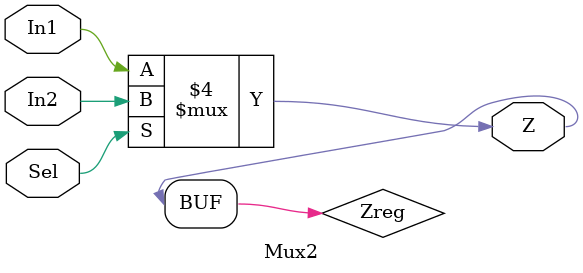
<source format=v>
module Mux2 (output Z, input Sel, In1, In2);
  //
  reg Zreg;
  //
  assign Z = Zreg;
  //
  always@(*)
     if (Sel == 1'b0)
          Zreg = In1;
     else Zreg = In2;
  //
endmodule // Mux2.

</source>
